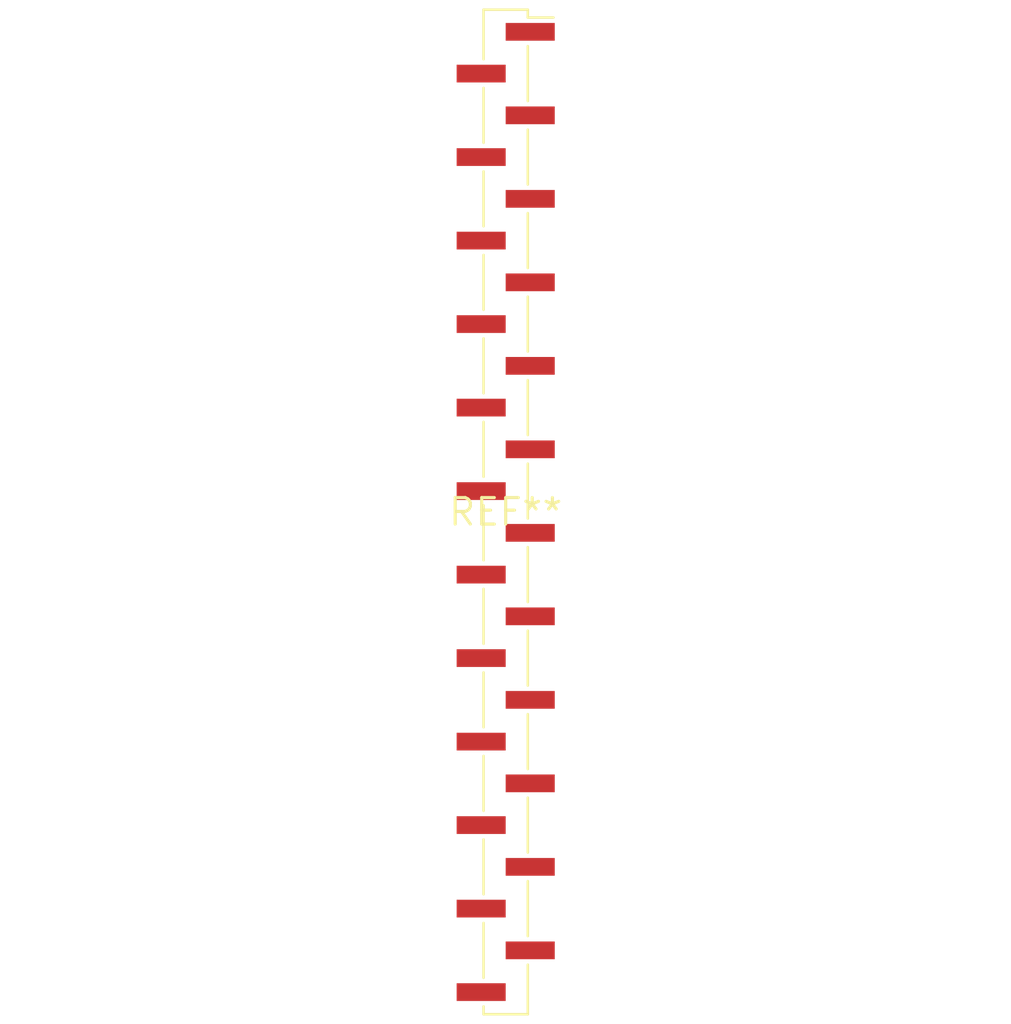
<source format=kicad_pcb>
(kicad_pcb (version 20240108) (generator pcbnew)
  (layers (0 "F.Cu" signal) (31 "B.Cu" signal) (34 "B.Paste" user) (35 "F.Paste" user) (36 "B.SilkS" user "B.Silkscreen") (37 "F.SilkS" user "F.Silkscreen") (38 "B.Mask" user) (39 "F.Mask" user) (44 "Edge.Cuts" user))
  (net 0 "")
  (footprint "PinHeader_1x24_P2.00mm_Vertical_SMD_Pin1Right" (layer "F.Cu") (at 0 0)
    (property "Reference" "REF**")
    (property "Value" "PinHeader_1x24_P2.00mm_Vertical_SMD_Pin1Right")
    (fp_line (start -1.06 -24.06) (end -1.06 -21.685) (layer "F.SilkS") (stroke (width 0.12)))
    (fp_line (start -1.06 -24.06) (end 1.06 -24.06) (layer "F.SilkS") (stroke (width 0.12)))
    (fp_line (start -1.06 -20.315) (end -1.06 -17.685) (layer "F.SilkS") (stroke (width 0.12)))
    (fp_line (start -1.06 -16.315) (end -1.06 -13.685) (layer "F.SilkS") (stroke (width 0.12)))
    (fp_line (start -1.06 -12.315) (end -1.06 -9.685) (layer "F.SilkS") (stroke (width 0.12)))
    (fp_line (start -1.06 -8.315) (end -1.06 -5.685) (layer "F.SilkS") (stroke (width 0.12)))
    (fp_line (start -1.06 -4.315) (end -1.06 -1.685) (layer "F.SilkS") (stroke (width 0.12)))
    (fp_line (start -1.06 -0.315) (end -1.06 2.315) (layer "F.SilkS") (stroke (width 0.12)))
    (fp_line (start -1.06 3.685) (end -1.06 6.315) (layer "F.SilkS") (stroke (width 0.12)))
    (fp_line (start -1.06 7.685) (end -1.06 10.315) (layer "F.SilkS") (stroke (width 0.12)))
    (fp_line (start -1.06 11.685) (end -1.06 14.315) (layer "F.SilkS") (stroke (width 0.12)))
    (fp_line (start -1.06 15.685) (end -1.06 18.315) (layer "F.SilkS") (stroke (width 0.12)))
    (fp_line (start -1.06 19.685) (end -1.06 22.315) (layer "F.SilkS") (stroke (width 0.12)))
    (fp_line (start -1.06 23.685) (end -1.06 24.06) (layer "F.SilkS") (stroke (width 0.12)))
    (fp_line (start -1.06 24.06) (end 1.06 24.06) (layer "F.SilkS") (stroke (width 0.12)))
    (fp_line (start 1.06 -24.06) (end 1.06 -23.685) (layer "F.SilkS") (stroke (width 0.12)))
    (fp_line (start 1.06 -23.685) (end 2.29 -23.685) (layer "F.SilkS") (stroke (width 0.12)))
    (fp_line (start 1.06 -22.315) (end 1.06 -19.685) (layer "F.SilkS") (stroke (width 0.12)))
    (fp_line (start 1.06 -18.315) (end 1.06 -15.685) (layer "F.SilkS") (stroke (width 0.12)))
    (fp_line (start 1.06 -14.315) (end 1.06 -11.685) (layer "F.SilkS") (stroke (width 0.12)))
    (fp_line (start 1.06 -10.315) (end 1.06 -7.685) (layer "F.SilkS") (stroke (width 0.12)))
    (fp_line (start 1.06 -6.315) (end 1.06 -3.685) (layer "F.SilkS") (stroke (width 0.12)))
    (fp_line (start 1.06 -2.315) (end 1.06 0.315) (layer "F.SilkS") (stroke (width 0.12)))
    (fp_line (start 1.06 1.685) (end 1.06 4.315) (layer "F.SilkS") (stroke (width 0.12)))
    (fp_line (start 1.06 5.685) (end 1.06 8.315) (layer "F.SilkS") (stroke (width 0.12)))
    (fp_line (start 1.06 9.685) (end 1.06 12.315) (layer "F.SilkS") (stroke (width 0.12)))
    (fp_line (start 1.06 13.685) (end 1.06 16.315) (layer "F.SilkS") (stroke (width 0.12)))
    (fp_line (start 1.06 17.685) (end 1.06 20.315) (layer "F.SilkS") (stroke (width 0.12)))
    (fp_line (start 1.06 21.685) (end 1.06 24.06) (layer "F.SilkS") (stroke (width 0.12)))
    (pad "1" smd rect (at 1.175 -23) (size 2.35 0.85) (layers "F.Cu" "F.Paste" "F.Mask"))
    (pad "2" smd rect (at -1.175 -21) (size 2.35 0.85) (layers "F.Cu" "F.Paste" "F.Mask"))
    (pad "3" smd rect (at 1.175 -19) (size 2.35 0.85) (layers "F.Cu" "F.Paste" "F.Mask"))
    (pad "4" smd rect (at -1.175 -17) (size 2.35 0.85) (layers "F.Cu" "F.Paste" "F.Mask"))
    (pad "5" smd rect (at 1.175 -15) (size 2.35 0.85) (layers "F.Cu" "F.Paste" "F.Mask"))
    (pad "6" smd rect (at -1.175 -13) (size 2.35 0.85) (layers "F.Cu" "F.Paste" "F.Mask"))
    (pad "7" smd rect (at 1.175 -11) (size 2.35 0.85) (layers "F.Cu" "F.Paste" "F.Mask"))
    (pad "8" smd rect (at -1.175 -9) (size 2.35 0.85) (layers "F.Cu" "F.Paste" "F.Mask"))
    (pad "9" smd rect (at 1.175 -7) (size 2.35 0.85) (layers "F.Cu" "F.Paste" "F.Mask"))
    (pad "10" smd rect (at -1.175 -5) (size 2.35 0.85) (layers "F.Cu" "F.Paste" "F.Mask"))
    (pad "11" smd rect (at 1.175 -3) (size 2.35 0.85) (layers "F.Cu" "F.Paste" "F.Mask"))
    (pad "12" smd rect (at -1.175 -1) (size 2.35 0.85) (layers "F.Cu" "F.Paste" "F.Mask"))
    (pad "13" smd rect (at 1.175 1) (size 2.35 0.85) (layers "F.Cu" "F.Paste" "F.Mask"))
    (pad "14" smd rect (at -1.175 3) (size 2.35 0.85) (layers "F.Cu" "F.Paste" "F.Mask"))
    (pad "15" smd rect (at 1.175 5) (size 2.35 0.85) (layers "F.Cu" "F.Paste" "F.Mask"))
    (pad "16" smd rect (at -1.175 7) (size 2.35 0.85) (layers "F.Cu" "F.Paste" "F.Mask"))
    (pad "17" smd rect (at 1.175 9) (size 2.35 0.85) (layers "F.Cu" "F.Paste" "F.Mask"))
    (pad "18" smd rect (at -1.175 11) (size 2.35 0.85) (layers "F.Cu" "F.Paste" "F.Mask"))
    (pad "19" smd rect (at 1.175 13) (size 2.35 0.85) (layers "F.Cu" "F.Paste" "F.Mask"))
    (pad "20" smd rect (at -1.175 15) (size 2.35 0.85) (layers "F.Cu" "F.Paste" "F.Mask"))
    (pad "21" smd rect (at 1.175 17) (size 2.35 0.85) (layers "F.Cu" "F.Paste" "F.Mask"))
    (pad "22" smd rect (at -1.175 19) (size 2.35 0.85) (layers "F.Cu" "F.Paste" "F.Mask"))
    (pad "23" smd rect (at 1.175 21) (size 2.35 0.85) (layers "F.Cu" "F.Paste" "F.Mask"))
    (pad "24" smd rect (at -1.175 23) (size 2.35 0.85) (layers "F.Cu" "F.Paste" "F.Mask"))
  )
)
</source>
